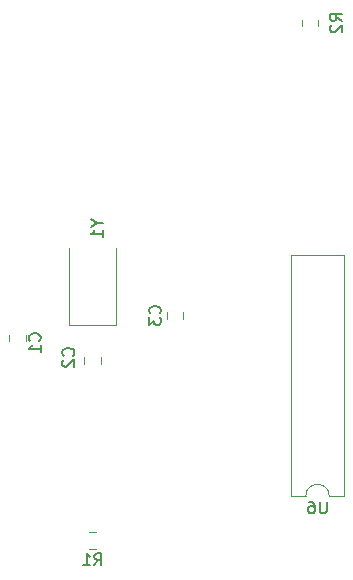
<source format=gbr>
G04 #@! TF.GenerationSoftware,KiCad,Pcbnew,5.1.5-52549c5~84~ubuntu18.04.1*
G04 #@! TF.CreationDate,2020-03-02T16:39:28-05:00*
G04 #@! TF.ProjectId,Etapa de potencia,45746170-6120-4646-9520-706f74656e63,rev?*
G04 #@! TF.SameCoordinates,Original*
G04 #@! TF.FileFunction,Legend,Bot*
G04 #@! TF.FilePolarity,Positive*
%FSLAX46Y46*%
G04 Gerber Fmt 4.6, Leading zero omitted, Abs format (unit mm)*
G04 Created by KiCad (PCBNEW 5.1.5-52549c5~84~ubuntu18.04.1) date 2020-03-02 16:39:28*
%MOMM*%
%LPD*%
G04 APERTURE LIST*
%ADD10C,0.120000*%
%ADD11C,0.150000*%
G04 APERTURE END LIST*
D10*
X98163748Y-114860000D02*
X98686252Y-114860000D01*
X98163748Y-116280000D02*
X98686252Y-116280000D01*
X92785000Y-98163748D02*
X92785000Y-98686252D01*
X91365000Y-98163748D02*
X91365000Y-98686252D01*
X117550000Y-71493748D02*
X117550000Y-72016252D01*
X116130000Y-71493748D02*
X116130000Y-72016252D01*
X96475000Y-97330000D02*
X96475000Y-90780000D01*
X100375000Y-97330000D02*
X96475000Y-97330000D01*
X100375000Y-90780000D02*
X100375000Y-97330000D01*
X99135000Y-100591252D02*
X99135000Y-100068748D01*
X97715000Y-100591252D02*
X97715000Y-100068748D01*
X106120000Y-96258748D02*
X106120000Y-96781252D01*
X104700000Y-96258748D02*
X104700000Y-96781252D01*
X118475000Y-111820000D02*
G75*
G03X116475000Y-111820000I-1000000J0D01*
G01*
X116475000Y-111820000D02*
X115225000Y-111820000D01*
X115225000Y-111820000D02*
X115225000Y-91380000D01*
X115225000Y-91380000D02*
X119725000Y-91380000D01*
X119725000Y-91380000D02*
X119725000Y-111820000D01*
X119725000Y-111820000D02*
X118475000Y-111820000D01*
D11*
X98591666Y-117672380D02*
X98925000Y-117196190D01*
X99163095Y-117672380D02*
X99163095Y-116672380D01*
X98782142Y-116672380D01*
X98686904Y-116720000D01*
X98639285Y-116767619D01*
X98591666Y-116862857D01*
X98591666Y-117005714D01*
X98639285Y-117100952D01*
X98686904Y-117148571D01*
X98782142Y-117196190D01*
X99163095Y-117196190D01*
X97639285Y-117672380D02*
X98210714Y-117672380D01*
X97925000Y-117672380D02*
X97925000Y-116672380D01*
X98020238Y-116815238D01*
X98115476Y-116910476D01*
X98210714Y-116958095D01*
X93932142Y-98658333D02*
X93979761Y-98610714D01*
X94027380Y-98467857D01*
X94027380Y-98372619D01*
X93979761Y-98229761D01*
X93884523Y-98134523D01*
X93789285Y-98086904D01*
X93598809Y-98039285D01*
X93455952Y-98039285D01*
X93265476Y-98086904D01*
X93170238Y-98134523D01*
X93075000Y-98229761D01*
X93027380Y-98372619D01*
X93027380Y-98467857D01*
X93075000Y-98610714D01*
X93122619Y-98658333D01*
X94027380Y-99610714D02*
X94027380Y-99039285D01*
X94027380Y-99325000D02*
X93027380Y-99325000D01*
X93170238Y-99229761D01*
X93265476Y-99134523D01*
X93313095Y-99039285D01*
X119542380Y-71588333D02*
X119066190Y-71255000D01*
X119542380Y-71016904D02*
X118542380Y-71016904D01*
X118542380Y-71397857D01*
X118590000Y-71493095D01*
X118637619Y-71540714D01*
X118732857Y-71588333D01*
X118875714Y-71588333D01*
X118970952Y-71540714D01*
X119018571Y-71493095D01*
X119066190Y-71397857D01*
X119066190Y-71016904D01*
X118637619Y-71969285D02*
X118590000Y-72016904D01*
X118542380Y-72112142D01*
X118542380Y-72350238D01*
X118590000Y-72445476D01*
X118637619Y-72493095D01*
X118732857Y-72540714D01*
X118828095Y-72540714D01*
X118970952Y-72493095D01*
X119542380Y-71921666D01*
X119542380Y-72540714D01*
X98801190Y-88703809D02*
X99277380Y-88703809D01*
X98277380Y-88370476D02*
X98801190Y-88703809D01*
X98277380Y-89037142D01*
X99277380Y-89894285D02*
X99277380Y-89322857D01*
X99277380Y-89608571D02*
X98277380Y-89608571D01*
X98420238Y-89513333D01*
X98515476Y-89418095D01*
X98563095Y-89322857D01*
X96782142Y-99913333D02*
X96829761Y-99865714D01*
X96877380Y-99722857D01*
X96877380Y-99627619D01*
X96829761Y-99484761D01*
X96734523Y-99389523D01*
X96639285Y-99341904D01*
X96448809Y-99294285D01*
X96305952Y-99294285D01*
X96115476Y-99341904D01*
X96020238Y-99389523D01*
X95925000Y-99484761D01*
X95877380Y-99627619D01*
X95877380Y-99722857D01*
X95925000Y-99865714D01*
X95972619Y-99913333D01*
X95972619Y-100294285D02*
X95925000Y-100341904D01*
X95877380Y-100437142D01*
X95877380Y-100675238D01*
X95925000Y-100770476D01*
X95972619Y-100818095D01*
X96067857Y-100865714D01*
X96163095Y-100865714D01*
X96305952Y-100818095D01*
X96877380Y-100246666D01*
X96877380Y-100865714D01*
X104117142Y-96353333D02*
X104164761Y-96305714D01*
X104212380Y-96162857D01*
X104212380Y-96067619D01*
X104164761Y-95924761D01*
X104069523Y-95829523D01*
X103974285Y-95781904D01*
X103783809Y-95734285D01*
X103640952Y-95734285D01*
X103450476Y-95781904D01*
X103355238Y-95829523D01*
X103260000Y-95924761D01*
X103212380Y-96067619D01*
X103212380Y-96162857D01*
X103260000Y-96305714D01*
X103307619Y-96353333D01*
X103212380Y-96686666D02*
X103212380Y-97305714D01*
X103593333Y-96972380D01*
X103593333Y-97115238D01*
X103640952Y-97210476D01*
X103688571Y-97258095D01*
X103783809Y-97305714D01*
X104021904Y-97305714D01*
X104117142Y-97258095D01*
X104164761Y-97210476D01*
X104212380Y-97115238D01*
X104212380Y-96829523D01*
X104164761Y-96734285D01*
X104117142Y-96686666D01*
X118236904Y-112272380D02*
X118236904Y-113081904D01*
X118189285Y-113177142D01*
X118141666Y-113224761D01*
X118046428Y-113272380D01*
X117855952Y-113272380D01*
X117760714Y-113224761D01*
X117713095Y-113177142D01*
X117665476Y-113081904D01*
X117665476Y-112272380D01*
X116760714Y-112272380D02*
X116951190Y-112272380D01*
X117046428Y-112320000D01*
X117094047Y-112367619D01*
X117189285Y-112510476D01*
X117236904Y-112700952D01*
X117236904Y-113081904D01*
X117189285Y-113177142D01*
X117141666Y-113224761D01*
X117046428Y-113272380D01*
X116855952Y-113272380D01*
X116760714Y-113224761D01*
X116713095Y-113177142D01*
X116665476Y-113081904D01*
X116665476Y-112843809D01*
X116713095Y-112748571D01*
X116760714Y-112700952D01*
X116855952Y-112653333D01*
X117046428Y-112653333D01*
X117141666Y-112700952D01*
X117189285Y-112748571D01*
X117236904Y-112843809D01*
M02*

</source>
